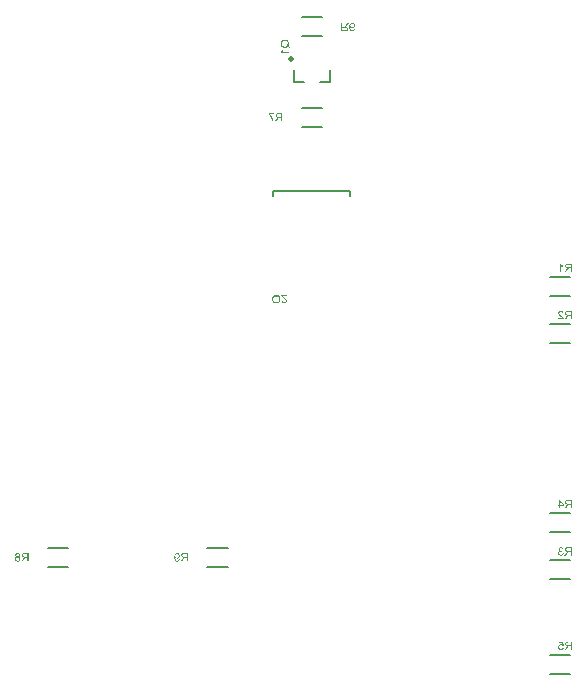
<source format=gbo>
%FSLAX33Y33*%
%MOMM*%
%ADD10C,0.15*%
%ADD11C,0.500001X0.000003*%
D10*
%LNbottom silkscreen_traces*%
%LNbottom silkscreen component 0d0e1ac56a31cf0a*%
G01*
X56730Y59047D02*
X63270Y59047D01*
X56730Y59047D02*
X56730Y58648D01*
X63270Y59047D02*
X63270Y58648D01*
G36*
X57220Y50198D02*
X57252Y50220D01*
X57283Y50238D01*
X57313Y50253D01*
X57341Y50265D01*
X57313Y50331D01*
X57275Y50315D01*
X57236Y50295D01*
X57198Y50271D01*
X57160Y50243D01*
X57119Y50262D01*
X57076Y50276D01*
X57031Y50284D01*
X57016Y50285D01*
X57011Y50205D01*
X57036Y50201D01*
X57059Y50195D01*
X57082Y50187D01*
X57059Y50174D01*
X57036Y50162D01*
X57013Y50153D01*
X56988Y50146D01*
X57011Y50077D01*
X57011Y50077D01*
X57050Y50090D01*
X57086Y50106D01*
X57118Y50124D01*
X57146Y50146D01*
X57183Y50103D01*
X57209Y50050D01*
X57225Y49988D01*
X57230Y49917D01*
X57228Y49875D01*
X57222Y49835D01*
X57213Y49799D01*
X57200Y49765D01*
X57184Y49734D01*
X57164Y49707D01*
X57141Y49684D01*
X57114Y49664D01*
X57085Y49648D01*
X57054Y49637D01*
X57021Y49630D01*
X56986Y49628D01*
X56936Y49633D01*
X56889Y49646D01*
X56848Y49669D01*
X56810Y49701D01*
X56780Y49741D01*
X56758Y49791D01*
X56745Y49850D01*
X56741Y49917D01*
X56745Y49983D01*
X56758Y50041D01*
X56779Y50090D01*
X56810Y50131D01*
X56847Y50164D01*
X56888Y50187D01*
X56935Y50201D01*
X56986Y50206D01*
X57011Y50205D01*
X57016Y50285D01*
X56984Y50287D01*
X56936Y50284D01*
X56891Y50275D01*
X56848Y50261D01*
X56808Y50240D01*
X56770Y50215D01*
X56738Y50184D01*
X56709Y50149D01*
X56686Y50108D01*
X56667Y50065D01*
X56654Y50018D01*
X56646Y49969D01*
X56643Y49917D01*
X56646Y49865D01*
X56654Y49816D01*
X56667Y49769D01*
X56686Y49724D01*
X56710Y49683D01*
X56738Y49648D01*
X56771Y49617D01*
X56808Y49592D01*
X56849Y49572D01*
X56892Y49558D01*
X56938Y49549D01*
X56986Y49546D01*
X57034Y49549D01*
X57080Y49558D01*
X57123Y49573D01*
X57164Y49594D01*
X57202Y49620D01*
X57235Y49650D01*
X57263Y49685D01*
X57286Y49725D01*
X57304Y49769D01*
X57317Y49816D01*
X57325Y49865D01*
X57328Y49917D01*
X57326Y49960D01*
X57321Y50001D01*
X57312Y50039D01*
X57301Y50076D01*
X57286Y50110D01*
X57267Y50142D01*
X57245Y50171D01*
X57220Y50198D01*
X57220Y50198D01*
X57881Y50191D02*
X57881Y50275D01*
X57408Y50275D01*
X57408Y50259D01*
X57410Y50244D01*
X57414Y50229D01*
X57418Y50214D01*
X57429Y50190D01*
X57442Y50166D01*
X57458Y50142D01*
X57476Y50119D01*
X57498Y50094D01*
X57525Y50068D01*
X57556Y50040D01*
X57591Y50010D01*
X57645Y49965D01*
X57689Y49925D01*
X57724Y49889D01*
X57749Y49859D01*
X57767Y49831D01*
X57780Y49804D01*
X57787Y49778D01*
X57790Y49753D01*
X57788Y49728D01*
X57781Y49705D01*
X57769Y49684D01*
X57753Y49665D01*
X57733Y49649D01*
X57710Y49638D01*
X57684Y49631D01*
X57655Y49629D01*
X57625Y49631D01*
X57598Y49639D01*
X57574Y49650D01*
X57554Y49667D01*
X57537Y49688D01*
X57525Y49713D01*
X57518Y49741D01*
X57515Y49773D01*
X57425Y49763D01*
X57433Y49716D01*
X57447Y49674D01*
X57467Y49639D01*
X57495Y49609D01*
X57527Y49586D01*
X57565Y49569D01*
X57609Y49560D01*
X57657Y49556D01*
X57706Y49560D01*
X57749Y49571D01*
X57788Y49588D01*
X57820Y49613D01*
X57847Y49644D01*
X57865Y49677D01*
X57877Y49714D01*
X57880Y49755D01*
X57879Y49776D01*
X57876Y49798D01*
X57870Y49819D01*
X57863Y49839D01*
X57852Y49860D01*
X57839Y49882D01*
X57823Y49904D01*
X57804Y49927D01*
X57781Y49952D01*
X57750Y49981D01*
X57713Y50015D01*
X57669Y50053D01*
X57633Y50083D01*
X57604Y50109D01*
X57582Y50128D01*
X57567Y50143D01*
X57557Y50155D01*
X57547Y50167D01*
X57538Y50179D01*
X57530Y50191D01*
X57881Y50191D01*
X57881Y50191D01*
G37*
%LNbottom silkscreen component ed6aac9b1e4144ae*%
X61500Y68300D02*
X60700Y68300D01*
X61500Y69300D02*
X61500Y68300D01*
X59300Y68300D02*
X58500Y68300D01*
X58500Y69300D02*
X58500Y68300D01*
D11*
X58200Y70200D03*
G36*
X57998Y71305D02*
X58020Y71273D01*
X58038Y71242D01*
X58053Y71212D01*
X58065Y71184D01*
X58131Y71212D01*
X58115Y71250D01*
X58095Y71289D01*
X58071Y71327D01*
X58043Y71365D01*
X58062Y71406D01*
X58076Y71449D01*
X58084Y71494D01*
X58085Y71509D01*
X58005Y71514D01*
X58001Y71489D01*
X57995Y71466D01*
X57987Y71443D01*
X57974Y71466D01*
X57962Y71489D01*
X57953Y71512D01*
X57946Y71537D01*
X57877Y71514D01*
X57877Y71514D01*
X57890Y71475D01*
X57906Y71439D01*
X57924Y71407D01*
X57946Y71379D01*
X57903Y71342D01*
X57850Y71316D01*
X57788Y71300D01*
X57717Y71295D01*
X57675Y71297D01*
X57635Y71303D01*
X57599Y71312D01*
X57565Y71325D01*
X57534Y71341D01*
X57507Y71361D01*
X57484Y71384D01*
X57464Y71411D01*
X57448Y71440D01*
X57437Y71471D01*
X57430Y71504D01*
X57428Y71539D01*
X57433Y71589D01*
X57446Y71636D01*
X57469Y71677D01*
X57501Y71715D01*
X57541Y71745D01*
X57591Y71767D01*
X57650Y71780D01*
X57717Y71784D01*
X57783Y71780D01*
X57841Y71767D01*
X57890Y71746D01*
X57931Y71715D01*
X57964Y71678D01*
X57987Y71637D01*
X58001Y71590D01*
X58006Y71539D01*
X58005Y71514D01*
X58085Y71509D01*
X58087Y71541D01*
X58084Y71589D01*
X58075Y71634D01*
X58061Y71677D01*
X58040Y71717D01*
X58015Y71755D01*
X57984Y71787D01*
X57949Y71816D01*
X57908Y71839D01*
X57865Y71858D01*
X57818Y71871D01*
X57769Y71879D01*
X57717Y71882D01*
X57665Y71879D01*
X57616Y71871D01*
X57569Y71858D01*
X57524Y71839D01*
X57483Y71815D01*
X57448Y71787D01*
X57417Y71754D01*
X57392Y71717D01*
X57372Y71676D01*
X57358Y71633D01*
X57349Y71587D01*
X57346Y71539D01*
X57349Y71491D01*
X57358Y71445D01*
X57373Y71402D01*
X57394Y71361D01*
X57420Y71323D01*
X57450Y71290D01*
X57485Y71262D01*
X57525Y71239D01*
X57569Y71221D01*
X57616Y71208D01*
X57665Y71200D01*
X57717Y71197D01*
X57760Y71199D01*
X57801Y71204D01*
X57839Y71213D01*
X57876Y71224D01*
X57910Y71239D01*
X57942Y71258D01*
X57971Y71280D01*
X57998Y71305D01*
X57998Y71305D01*
X58075Y70775D02*
X58075Y70862D01*
X57515Y70862D01*
X57530Y70880D01*
X57545Y70899D01*
X57560Y70921D01*
X57575Y70946D01*
X57590Y70971D01*
X57602Y70995D01*
X57612Y71017D01*
X57621Y71038D01*
X57536Y71038D01*
X57518Y71003D01*
X57498Y70969D01*
X57476Y70938D01*
X57452Y70909D01*
X57427Y70884D01*
X57403Y70862D01*
X57380Y70845D01*
X57356Y70831D01*
X57356Y70775D01*
X58075Y70775D01*
X58075Y70775D01*
G37*
%LNbottom silkscreen component 3551aa586fd520a7*%
D10*
X81865Y18200D02*
X80135Y18200D01*
X81865Y19800D02*
X80135Y19800D01*
G36*
X82011Y20200D02*
X82011Y20916D01*
X81694Y20916D01*
X81649Y20915D01*
X81609Y20911D01*
X81576Y20905D01*
X81548Y20897D01*
X81524Y20885D01*
X81503Y20870D01*
X81485Y20851D01*
X81469Y20828D01*
X81456Y20803D01*
X81446Y20777D01*
X81441Y20749D01*
X81439Y20721D01*
X81442Y20684D01*
X81451Y20650D01*
X81467Y20620D01*
X81488Y20592D01*
X81516Y20568D01*
X81551Y20549D01*
X81592Y20535D01*
X81616Y20530D01*
X81631Y20607D01*
X81611Y20613D01*
X81594Y20621D01*
X81579Y20631D01*
X81566Y20643D01*
X81555Y20656D01*
X81547Y20671D01*
X81541Y20687D01*
X81538Y20703D01*
X81536Y20721D01*
X81539Y20745D01*
X81546Y20767D01*
X81557Y20787D01*
X81573Y20804D01*
X81594Y20818D01*
X81621Y20829D01*
X81653Y20835D01*
X81690Y20837D01*
X81916Y20837D01*
X81916Y20600D01*
X81916Y20600D01*
X81713Y20600D01*
X81682Y20601D01*
X81655Y20603D01*
X81631Y20607D01*
X81616Y20530D01*
X81640Y20526D01*
X81623Y20517D01*
X81607Y20508D01*
X81594Y20499D01*
X81583Y20490D01*
X81563Y20470D01*
X81543Y20447D01*
X81524Y20422D01*
X81505Y20395D01*
X81380Y20200D01*
X81499Y20200D01*
X81594Y20349D01*
X81614Y20379D01*
X81632Y20406D01*
X81648Y20429D01*
X81662Y20448D01*
X81675Y20463D01*
X81688Y20477D01*
X81700Y20487D01*
X81710Y20495D01*
X81721Y20502D01*
X81732Y20507D01*
X81743Y20511D01*
X81754Y20514D01*
X81763Y20516D01*
X81775Y20517D01*
X81789Y20518D01*
X81806Y20518D01*
X81916Y20518D01*
X81916Y20200D01*
X82011Y20200D01*
X82011Y20200D01*
X81326Y20387D02*
X81234Y20395D01*
X81227Y20364D01*
X81217Y20336D01*
X81203Y20313D01*
X81186Y20294D01*
X81166Y20279D01*
X81145Y20269D01*
X81121Y20262D01*
X81096Y20260D01*
X81065Y20263D01*
X81037Y20272D01*
X81012Y20287D01*
X80989Y20308D01*
X80969Y20334D01*
X80956Y20364D01*
X80947Y20397D01*
X80945Y20435D01*
X80947Y20470D01*
X80955Y20502D01*
X80968Y20530D01*
X80987Y20554D01*
X81010Y20573D01*
X81036Y20586D01*
X81065Y20594D01*
X81097Y20597D01*
X81118Y20596D01*
X81138Y20592D01*
X81157Y20586D01*
X81174Y20578D01*
X81190Y20567D01*
X81205Y20556D01*
X81217Y20542D01*
X81228Y20528D01*
X81310Y20538D01*
X81241Y20906D01*
X80885Y20906D01*
X80885Y20822D01*
X81171Y20822D01*
X81209Y20630D01*
X81177Y20649D01*
X81143Y20663D01*
X81109Y20672D01*
X81074Y20675D01*
X81029Y20671D01*
X80988Y20658D01*
X80950Y20638D01*
X80916Y20610D01*
X80888Y20575D01*
X80867Y20535D01*
X80855Y20491D01*
X80851Y20443D01*
X80855Y20396D01*
X80866Y20352D01*
X80883Y20312D01*
X80908Y20275D01*
X80946Y20237D01*
X80989Y20210D01*
X81040Y20193D01*
X81096Y20188D01*
X81143Y20191D01*
X81185Y20201D01*
X81222Y20219D01*
X81255Y20242D01*
X81283Y20272D01*
X81304Y20306D01*
X81318Y20345D01*
X81326Y20387D01*
X81326Y20387D01*
G37*
%LNbottom silkscreen component f3a6a5f8d7136d03*%
X81865Y50200D02*
X80135Y50200D01*
X81865Y51800D02*
X80135Y51800D01*
G36*
X82011Y52200D02*
X82011Y52916D01*
X81694Y52916D01*
X81649Y52915D01*
X81609Y52911D01*
X81576Y52905D01*
X81548Y52897D01*
X81524Y52885D01*
X81503Y52870D01*
X81485Y52851D01*
X81469Y52828D01*
X81456Y52803D01*
X81446Y52777D01*
X81441Y52749D01*
X81439Y52721D01*
X81442Y52684D01*
X81451Y52650D01*
X81467Y52620D01*
X81488Y52592D01*
X81516Y52568D01*
X81551Y52549D01*
X81592Y52535D01*
X81616Y52530D01*
X81631Y52607D01*
X81611Y52613D01*
X81594Y52621D01*
X81579Y52631D01*
X81566Y52643D01*
X81555Y52656D01*
X81547Y52671D01*
X81541Y52687D01*
X81538Y52703D01*
X81536Y52721D01*
X81539Y52745D01*
X81546Y52767D01*
X81557Y52787D01*
X81573Y52804D01*
X81594Y52818D01*
X81621Y52829D01*
X81653Y52835D01*
X81690Y52837D01*
X81916Y52837D01*
X81916Y52600D01*
X81916Y52600D01*
X81713Y52600D01*
X81682Y52601D01*
X81655Y52603D01*
X81631Y52607D01*
X81616Y52530D01*
X81640Y52526D01*
X81623Y52517D01*
X81607Y52508D01*
X81594Y52499D01*
X81583Y52490D01*
X81563Y52470D01*
X81543Y52447D01*
X81524Y52422D01*
X81505Y52395D01*
X81380Y52200D01*
X81499Y52200D01*
X81594Y52349D01*
X81614Y52379D01*
X81632Y52406D01*
X81648Y52429D01*
X81662Y52448D01*
X81675Y52463D01*
X81688Y52477D01*
X81700Y52487D01*
X81710Y52495D01*
X81721Y52502D01*
X81732Y52507D01*
X81743Y52511D01*
X81754Y52514D01*
X81763Y52516D01*
X81775Y52517D01*
X81789Y52518D01*
X81806Y52518D01*
X81916Y52518D01*
X81916Y52200D01*
X82011Y52200D01*
X82011Y52200D01*
X80995Y52200D02*
X81083Y52200D01*
X81083Y52760D01*
X81100Y52745D01*
X81119Y52730D01*
X81142Y52715D01*
X81166Y52700D01*
X81191Y52685D01*
X81215Y52673D01*
X81237Y52663D01*
X81259Y52654D01*
X81259Y52739D01*
X81223Y52757D01*
X81189Y52777D01*
X81158Y52799D01*
X81130Y52823D01*
X81104Y52848D01*
X81083Y52872D01*
X81065Y52895D01*
X81052Y52919D01*
X80995Y52919D01*
X80995Y52200D01*
X80995Y52200D01*
G37*
%LNbottom silkscreen component 2518a5df77d1979c*%
X59135Y73800D02*
X60865Y73800D01*
X59135Y72200D02*
X60865Y72200D01*
G36*
X62489Y73300D02*
X62489Y72584D01*
X62806Y72584D01*
X62851Y72585D01*
X62891Y72589D01*
X62924Y72595D01*
X62952Y72603D01*
X62976Y72615D01*
X62997Y72630D01*
X63015Y72649D01*
X63031Y72672D01*
X63044Y72697D01*
X63054Y72723D01*
X63059Y72751D01*
X63061Y72779D01*
X63058Y72816D01*
X63049Y72850D01*
X63033Y72880D01*
X63012Y72908D01*
X62984Y72932D01*
X62949Y72951D01*
X62908Y72965D01*
X62884Y72970D01*
X62869Y72893D01*
X62889Y72887D01*
X62906Y72879D01*
X62921Y72869D01*
X62934Y72857D01*
X62945Y72844D01*
X62953Y72829D01*
X62959Y72813D01*
X62962Y72797D01*
X62964Y72779D01*
X62961Y72755D01*
X62954Y72733D01*
X62943Y72713D01*
X62927Y72696D01*
X62906Y72682D01*
X62879Y72671D01*
X62847Y72665D01*
X62810Y72663D01*
X62584Y72663D01*
X62584Y72900D01*
X62584Y72900D01*
X62787Y72900D01*
X62818Y72899D01*
X62845Y72897D01*
X62869Y72893D01*
X62884Y72970D01*
X62860Y72974D01*
X62877Y72983D01*
X62893Y72992D01*
X62906Y73001D01*
X62917Y73010D01*
X62937Y73030D01*
X62957Y73053D01*
X62976Y73078D01*
X62995Y73105D01*
X63120Y73300D01*
X63001Y73300D01*
X62906Y73151D01*
X62886Y73121D01*
X62868Y73094D01*
X62852Y73071D01*
X62838Y73052D01*
X62825Y73037D01*
X62812Y73023D01*
X62800Y73013D01*
X62790Y73005D01*
X62779Y72998D01*
X62768Y72993D01*
X62757Y72989D01*
X62746Y72986D01*
X62737Y72984D01*
X62725Y72983D01*
X62711Y72982D01*
X62694Y72982D01*
X62584Y72982D01*
X62584Y73300D01*
X62489Y73300D01*
X62489Y73300D01*
X63630Y72759D02*
X63543Y72766D01*
X63536Y72742D01*
X63529Y72722D01*
X63520Y72705D01*
X63509Y72691D01*
X63491Y72675D01*
X63470Y72663D01*
X63447Y72656D01*
X63422Y72654D01*
X63401Y72655D01*
X63382Y72659D01*
X63364Y72667D01*
X63348Y72677D01*
X63328Y72694D01*
X63311Y72714D01*
X63295Y72738D01*
X63282Y72765D01*
X63272Y72797D01*
X63264Y72836D01*
X63259Y72880D01*
X63258Y72931D01*
X63304Y72967D01*
X63295Y72979D01*
X63282Y73005D01*
X63274Y73035D01*
X63271Y73068D01*
X63271Y73068D01*
X63272Y73091D01*
X63276Y73113D01*
X63282Y73134D01*
X63290Y73155D01*
X63301Y73174D01*
X63314Y73192D01*
X63328Y73206D01*
X63344Y73218D01*
X63362Y73228D01*
X63380Y73235D01*
X63398Y73239D01*
X63417Y73240D01*
X63444Y73237D01*
X63469Y73229D01*
X63492Y73215D01*
X63513Y73195D01*
X63530Y73171D01*
X63543Y73142D01*
X63550Y73110D01*
X63553Y73073D01*
X63550Y73038D01*
X63543Y73007D01*
X63531Y72979D01*
X63513Y72956D01*
X63492Y72937D01*
X63469Y72924D01*
X63443Y72916D01*
X63414Y72913D01*
X63385Y72916D01*
X63359Y72924D01*
X63335Y72937D01*
X63313Y72956D01*
X63304Y72967D01*
X63258Y72931D01*
X63274Y72908D01*
X63293Y72889D01*
X63313Y72872D01*
X63335Y72859D01*
X63358Y72849D01*
X63382Y72842D01*
X63406Y72837D01*
X63431Y72836D01*
X63474Y72840D01*
X63513Y72852D01*
X63548Y72872D01*
X63581Y72900D01*
X63608Y72935D01*
X63627Y72975D01*
X63639Y73019D01*
X63643Y73068D01*
X63641Y73101D01*
X63636Y73133D01*
X63626Y73163D01*
X63614Y73193D01*
X63598Y73220D01*
X63579Y73244D01*
X63558Y73264D01*
X63534Y73281D01*
X63508Y73295D01*
X63480Y73305D01*
X63450Y73310D01*
X63419Y73312D01*
X63366Y73307D01*
X63319Y73292D01*
X63277Y73267D01*
X63239Y73231D01*
X63209Y73184D01*
X63187Y73124D01*
X63174Y73051D01*
X63170Y72965D01*
X63175Y72868D01*
X63189Y72786D01*
X63213Y72717D01*
X63247Y72663D01*
X63283Y72627D01*
X63325Y72602D01*
X63373Y72586D01*
X63427Y72581D01*
X63467Y72584D01*
X63504Y72593D01*
X63537Y72608D01*
X63565Y72629D01*
X63590Y72655D01*
X63609Y72685D01*
X63622Y72720D01*
X63630Y72759D01*
X63630Y72759D01*
G37*
%LNbottom silkscreen component e02644c225c8131e*%
X39365Y27200D02*
X37635Y27200D01*
X39365Y28800D02*
X37635Y28800D01*
G36*
X36011Y27700D02*
X36011Y28416D01*
X35694Y28416D01*
X35649Y28415D01*
X35609Y28411D01*
X35576Y28405D01*
X35548Y28397D01*
X35524Y28385D01*
X35503Y28370D01*
X35485Y28351D01*
X35469Y28328D01*
X35456Y28303D01*
X35446Y28277D01*
X35441Y28249D01*
X35439Y28221D01*
X35442Y28184D01*
X35451Y28150D01*
X35467Y28120D01*
X35488Y28092D01*
X35516Y28068D01*
X35551Y28049D01*
X35592Y28035D01*
X35616Y28030D01*
X35631Y28107D01*
X35611Y28113D01*
X35594Y28121D01*
X35579Y28131D01*
X35566Y28143D01*
X35555Y28156D01*
X35547Y28171D01*
X35541Y28187D01*
X35538Y28203D01*
X35536Y28221D01*
X35539Y28245D01*
X35546Y28267D01*
X35557Y28287D01*
X35573Y28304D01*
X35594Y28318D01*
X35621Y28329D01*
X35653Y28335D01*
X35690Y28337D01*
X35916Y28337D01*
X35916Y28100D01*
X35916Y28100D01*
X35713Y28100D01*
X35682Y28101D01*
X35655Y28103D01*
X35631Y28107D01*
X35616Y28030D01*
X35640Y28026D01*
X35623Y28017D01*
X35607Y28008D01*
X35594Y27999D01*
X35583Y27990D01*
X35563Y27970D01*
X35543Y27947D01*
X35524Y27922D01*
X35505Y27895D01*
X35380Y27700D01*
X35499Y27700D01*
X35594Y27849D01*
X35614Y27879D01*
X35632Y27906D01*
X35648Y27929D01*
X35662Y27948D01*
X35675Y27963D01*
X35688Y27977D01*
X35700Y27987D01*
X35710Y27995D01*
X35721Y28002D01*
X35732Y28007D01*
X35743Y28011D01*
X35754Y28014D01*
X35763Y28016D01*
X35775Y28017D01*
X35789Y28018D01*
X35806Y28018D01*
X35916Y28018D01*
X35916Y27700D01*
X36011Y27700D01*
X36011Y27700D01*
X35191Y28088D02*
X35162Y28033D01*
X35174Y28027D01*
X35196Y28009D01*
X35214Y27987D01*
X35226Y27963D01*
X35234Y27936D01*
X35237Y27907D01*
X35237Y27907D01*
X35235Y27888D01*
X35232Y27870D01*
X35227Y27852D01*
X35219Y27834D01*
X35209Y27817D01*
X35197Y27803D01*
X35182Y27790D01*
X35166Y27779D01*
X35148Y27771D01*
X35129Y27765D01*
X35110Y27761D01*
X35090Y27760D01*
X35060Y27763D01*
X35033Y27770D01*
X35008Y27783D01*
X34986Y27801D01*
X34968Y27822D01*
X34955Y27847D01*
X34948Y27874D01*
X34945Y27904D01*
X34948Y27934D01*
X34956Y27962D01*
X34969Y27986D01*
X34987Y28009D01*
X35010Y28027D01*
X35035Y28040D01*
X35063Y28048D01*
X35093Y28050D01*
X35123Y28048D01*
X35150Y28040D01*
X35162Y28033D01*
X35191Y28088D01*
X35158Y28140D01*
X35138Y28130D01*
X35116Y28124D01*
X35091Y28122D01*
X35066Y28124D01*
X35044Y28130D01*
X35025Y28140D01*
X35007Y28154D01*
X34993Y28171D01*
X34983Y28189D01*
X34977Y28210D01*
X34975Y28232D01*
X34977Y28255D01*
X34983Y28277D01*
X34994Y28296D01*
X35008Y28314D01*
X35026Y28328D01*
X35046Y28338D01*
X35068Y28344D01*
X35092Y28346D01*
X35116Y28344D01*
X35138Y28338D01*
X35157Y28328D01*
X35175Y28314D01*
X35190Y28297D01*
X35200Y28279D01*
X35206Y28259D01*
X35208Y28237D01*
X35208Y28237D01*
X35206Y28213D01*
X35200Y28191D01*
X35190Y28171D01*
X35176Y28154D01*
X35158Y28140D01*
X35191Y28088D01*
X35216Y28099D01*
X35238Y28112D01*
X35257Y28128D01*
X35272Y28145D01*
X35283Y28165D01*
X35292Y28186D01*
X35296Y28209D01*
X35298Y28234D01*
X35295Y28272D01*
X35284Y28306D01*
X35267Y28337D01*
X35242Y28366D01*
X35212Y28389D01*
X35177Y28405D01*
X35137Y28415D01*
X35093Y28419D01*
X35048Y28415D01*
X35008Y28405D01*
X34973Y28388D01*
X34942Y28364D01*
X34917Y28336D01*
X34899Y28304D01*
X34888Y28269D01*
X34885Y28232D01*
X34886Y28208D01*
X34891Y28185D01*
X34899Y28164D01*
X34911Y28145D01*
X34925Y28128D01*
X34944Y28112D01*
X34965Y28099D01*
X34990Y28088D01*
X34959Y28076D01*
X34932Y28060D01*
X34909Y28041D01*
X34890Y28019D01*
X34875Y27994D01*
X34864Y27966D01*
X34857Y27937D01*
X34855Y27905D01*
X34859Y27861D01*
X34871Y27820D01*
X34892Y27783D01*
X34920Y27750D01*
X34955Y27723D01*
X34995Y27703D01*
X35041Y27692D01*
X35091Y27688D01*
X35142Y27692D01*
X35187Y27703D01*
X35227Y27723D01*
X35262Y27751D01*
X35290Y27784D01*
X35311Y27821D01*
X35323Y27862D01*
X35327Y27907D01*
X35325Y27941D01*
X35318Y27971D01*
X35307Y27999D01*
X35292Y28024D01*
X35272Y28046D01*
X35249Y28064D01*
X35222Y28078D01*
X35191Y28088D01*
X35191Y28088D01*
G37*
%LNbottom silkscreen component 954f632090d1658b*%
X81865Y26200D02*
X80135Y26200D01*
X81865Y27800D02*
X80135Y27800D01*
G36*
X82011Y28200D02*
X82011Y28916D01*
X81694Y28916D01*
X81649Y28915D01*
X81609Y28911D01*
X81576Y28905D01*
X81548Y28897D01*
X81524Y28885D01*
X81503Y28870D01*
X81485Y28851D01*
X81469Y28828D01*
X81456Y28803D01*
X81446Y28777D01*
X81441Y28749D01*
X81439Y28721D01*
X81442Y28684D01*
X81451Y28650D01*
X81467Y28620D01*
X81488Y28592D01*
X81516Y28568D01*
X81551Y28549D01*
X81592Y28535D01*
X81616Y28530D01*
X81631Y28607D01*
X81611Y28613D01*
X81594Y28621D01*
X81579Y28631D01*
X81566Y28643D01*
X81555Y28656D01*
X81547Y28671D01*
X81541Y28687D01*
X81538Y28703D01*
X81536Y28721D01*
X81539Y28745D01*
X81546Y28767D01*
X81557Y28787D01*
X81573Y28804D01*
X81594Y28818D01*
X81621Y28829D01*
X81653Y28835D01*
X81690Y28837D01*
X81916Y28837D01*
X81916Y28600D01*
X81916Y28600D01*
X81713Y28600D01*
X81682Y28601D01*
X81655Y28603D01*
X81631Y28607D01*
X81616Y28530D01*
X81640Y28526D01*
X81623Y28517D01*
X81607Y28508D01*
X81594Y28499D01*
X81583Y28490D01*
X81563Y28470D01*
X81543Y28447D01*
X81524Y28422D01*
X81505Y28395D01*
X81380Y28200D01*
X81499Y28200D01*
X81594Y28349D01*
X81614Y28379D01*
X81632Y28406D01*
X81648Y28429D01*
X81662Y28448D01*
X81675Y28463D01*
X81688Y28477D01*
X81700Y28487D01*
X81710Y28495D01*
X81721Y28502D01*
X81732Y28507D01*
X81743Y28511D01*
X81754Y28514D01*
X81763Y28516D01*
X81775Y28517D01*
X81789Y28518D01*
X81806Y28518D01*
X81916Y28518D01*
X81916Y28200D01*
X82011Y28200D01*
X82011Y28200D01*
X81325Y28389D02*
X81238Y28401D01*
X81229Y28366D01*
X81217Y28336D01*
X81203Y28312D01*
X81186Y28293D01*
X81167Y28279D01*
X81146Y28268D01*
X81123Y28262D01*
X81097Y28260D01*
X81068Y28263D01*
X81040Y28271D01*
X81015Y28284D01*
X80993Y28303D01*
X80974Y28326D01*
X80961Y28351D01*
X80953Y28379D01*
X80950Y28409D01*
X80952Y28438D01*
X80960Y28465D01*
X80972Y28488D01*
X80990Y28509D01*
X81011Y28527D01*
X81034Y28539D01*
X81061Y28546D01*
X81090Y28549D01*
X81103Y28548D01*
X81118Y28546D01*
X81134Y28543D01*
X81152Y28539D01*
X81142Y28616D01*
X81138Y28616D01*
X81134Y28615D01*
X81131Y28615D01*
X81128Y28615D01*
X81101Y28617D01*
X81075Y28622D01*
X81050Y28632D01*
X81027Y28644D01*
X81007Y28661D01*
X80993Y28682D01*
X80985Y28706D01*
X80982Y28735D01*
X80984Y28758D01*
X80990Y28779D01*
X81001Y28798D01*
X81015Y28815D01*
X81032Y28829D01*
X81052Y28839D01*
X81075Y28845D01*
X81099Y28846D01*
X81124Y28844D01*
X81146Y28838D01*
X81167Y28828D01*
X81185Y28814D01*
X81200Y28796D01*
X81213Y28774D01*
X81222Y28748D01*
X81229Y28718D01*
X81317Y28733D01*
X81306Y28775D01*
X81290Y28812D01*
X81269Y28843D01*
X81243Y28870D01*
X81213Y28891D01*
X81179Y28907D01*
X81142Y28916D01*
X81101Y28919D01*
X81073Y28917D01*
X81045Y28912D01*
X81019Y28905D01*
X80993Y28894D01*
X80970Y28880D01*
X80950Y28864D01*
X80933Y28846D01*
X80918Y28825D01*
X80907Y28803D01*
X80898Y28780D01*
X80894Y28757D01*
X80892Y28733D01*
X80893Y28710D01*
X80898Y28688D01*
X80906Y28668D01*
X80917Y28648D01*
X80931Y28630D01*
X80948Y28614D01*
X80968Y28600D01*
X80991Y28588D01*
X80961Y28578D01*
X80934Y28565D01*
X80911Y28548D01*
X80892Y28527D01*
X80877Y28502D01*
X80866Y28475D01*
X80859Y28445D01*
X80857Y28411D01*
X80861Y28366D01*
X80874Y28325D01*
X80895Y28287D01*
X80925Y28252D01*
X80962Y28224D01*
X81002Y28204D01*
X81048Y28191D01*
X81098Y28187D01*
X81143Y28191D01*
X81184Y28201D01*
X81221Y28219D01*
X81254Y28243D01*
X81282Y28274D01*
X81303Y28308D01*
X81318Y28346D01*
X81325Y28389D01*
X81325Y28389D01*
G37*
%LNbottom silkscreen component 37bf67a02f6b0f8a*%
X60865Y64450D02*
X59135Y64450D01*
X60865Y66050D02*
X59135Y66050D01*
G36*
X57511Y64950D02*
X57511Y65666D01*
X57194Y65666D01*
X57149Y65665D01*
X57109Y65661D01*
X57076Y65655D01*
X57048Y65647D01*
X57024Y65635D01*
X57003Y65620D01*
X56985Y65601D01*
X56969Y65578D01*
X56956Y65553D01*
X56946Y65527D01*
X56941Y65499D01*
X56939Y65471D01*
X56942Y65434D01*
X56951Y65400D01*
X56967Y65370D01*
X56988Y65342D01*
X57016Y65318D01*
X57051Y65299D01*
X57092Y65285D01*
X57116Y65280D01*
X57131Y65357D01*
X57111Y65363D01*
X57094Y65371D01*
X57079Y65381D01*
X57066Y65393D01*
X57055Y65406D01*
X57047Y65421D01*
X57041Y65437D01*
X57038Y65453D01*
X57036Y65471D01*
X57039Y65495D01*
X57046Y65517D01*
X57057Y65537D01*
X57073Y65554D01*
X57094Y65568D01*
X57121Y65579D01*
X57153Y65585D01*
X57190Y65587D01*
X57416Y65587D01*
X57416Y65350D01*
X57416Y65350D01*
X57213Y65350D01*
X57182Y65351D01*
X57155Y65353D01*
X57131Y65357D01*
X57116Y65280D01*
X57140Y65276D01*
X57123Y65267D01*
X57107Y65258D01*
X57094Y65249D01*
X57083Y65240D01*
X57063Y65220D01*
X57043Y65197D01*
X57024Y65172D01*
X57005Y65145D01*
X56880Y64950D01*
X56999Y64950D01*
X57094Y65099D01*
X57114Y65129D01*
X57132Y65156D01*
X57148Y65179D01*
X57162Y65198D01*
X57175Y65213D01*
X57188Y65227D01*
X57200Y65237D01*
X57210Y65245D01*
X57221Y65252D01*
X57232Y65257D01*
X57243Y65261D01*
X57254Y65264D01*
X57263Y65266D01*
X57275Y65267D01*
X57289Y65268D01*
X57306Y65268D01*
X57416Y65268D01*
X57416Y64950D01*
X57511Y64950D01*
X57511Y64950D01*
X56820Y65572D02*
X56820Y65657D01*
X56357Y65657D01*
X56357Y65588D01*
X56391Y65549D01*
X56425Y65503D01*
X56459Y65452D01*
X56492Y65395D01*
X56524Y65334D01*
X56552Y65273D01*
X56576Y65210D01*
X56596Y65147D01*
X56608Y65101D01*
X56618Y65053D01*
X56625Y65002D01*
X56630Y64950D01*
X56720Y64950D01*
X56717Y64994D01*
X56711Y65043D01*
X56701Y65096D01*
X56687Y65154D01*
X56669Y65213D01*
X56648Y65272D01*
X56624Y65329D01*
X56596Y65385D01*
X56566Y65438D01*
X56535Y65487D01*
X56502Y65532D01*
X56470Y65572D01*
X56820Y65572D01*
X56820Y65572D01*
G37*
%LNbottom silkscreen component 8063edbf7f7efeab*%
X81865Y46200D02*
X80135Y46200D01*
X81865Y47800D02*
X80135Y47800D01*
G36*
X82011Y48200D02*
X82011Y48916D01*
X81694Y48916D01*
X81649Y48915D01*
X81609Y48911D01*
X81576Y48905D01*
X81548Y48897D01*
X81524Y48885D01*
X81503Y48870D01*
X81485Y48851D01*
X81469Y48828D01*
X81456Y48803D01*
X81446Y48777D01*
X81441Y48749D01*
X81439Y48721D01*
X81442Y48684D01*
X81451Y48650D01*
X81467Y48620D01*
X81488Y48592D01*
X81516Y48568D01*
X81551Y48549D01*
X81592Y48535D01*
X81616Y48530D01*
X81631Y48607D01*
X81611Y48613D01*
X81594Y48621D01*
X81579Y48631D01*
X81566Y48643D01*
X81555Y48656D01*
X81547Y48671D01*
X81541Y48687D01*
X81538Y48703D01*
X81536Y48721D01*
X81539Y48745D01*
X81546Y48767D01*
X81557Y48787D01*
X81573Y48804D01*
X81594Y48818D01*
X81621Y48829D01*
X81653Y48835D01*
X81690Y48837D01*
X81916Y48837D01*
X81916Y48600D01*
X81916Y48600D01*
X81713Y48600D01*
X81682Y48601D01*
X81655Y48603D01*
X81631Y48607D01*
X81616Y48530D01*
X81640Y48526D01*
X81623Y48517D01*
X81607Y48508D01*
X81594Y48499D01*
X81583Y48490D01*
X81563Y48470D01*
X81543Y48447D01*
X81524Y48422D01*
X81505Y48395D01*
X81380Y48200D01*
X81499Y48200D01*
X81594Y48349D01*
X81614Y48379D01*
X81632Y48406D01*
X81648Y48429D01*
X81662Y48448D01*
X81675Y48463D01*
X81688Y48477D01*
X81700Y48487D01*
X81710Y48495D01*
X81721Y48502D01*
X81732Y48507D01*
X81743Y48511D01*
X81754Y48514D01*
X81763Y48516D01*
X81775Y48517D01*
X81789Y48518D01*
X81806Y48518D01*
X81916Y48518D01*
X81916Y48200D01*
X82011Y48200D01*
X82011Y48200D01*
X80864Y48284D02*
X80864Y48200D01*
X81337Y48200D01*
X81337Y48216D01*
X81335Y48231D01*
X81332Y48246D01*
X81327Y48261D01*
X81317Y48285D01*
X81303Y48309D01*
X81288Y48333D01*
X81269Y48356D01*
X81247Y48381D01*
X81220Y48407D01*
X81189Y48435D01*
X81154Y48465D01*
X81100Y48510D01*
X81056Y48550D01*
X81022Y48586D01*
X80996Y48616D01*
X80978Y48644D01*
X80966Y48671D01*
X80958Y48697D01*
X80955Y48722D01*
X80958Y48747D01*
X80965Y48770D01*
X80976Y48791D01*
X80993Y48810D01*
X81013Y48826D01*
X81036Y48837D01*
X81062Y48844D01*
X81090Y48846D01*
X81120Y48844D01*
X81147Y48836D01*
X81171Y48825D01*
X81192Y48808D01*
X81208Y48787D01*
X81220Y48762D01*
X81228Y48734D01*
X81230Y48702D01*
X81321Y48712D01*
X81313Y48759D01*
X81299Y48801D01*
X81278Y48836D01*
X81251Y48866D01*
X81218Y48889D01*
X81180Y48906D01*
X81137Y48915D01*
X81088Y48919D01*
X81039Y48915D01*
X80996Y48904D01*
X80958Y48887D01*
X80925Y48862D01*
X80899Y48831D01*
X80880Y48798D01*
X80869Y48761D01*
X80865Y48720D01*
X80866Y48699D01*
X80869Y48677D01*
X80875Y48656D01*
X80883Y48636D01*
X80893Y48615D01*
X80906Y48593D01*
X80922Y48571D01*
X80941Y48548D01*
X80965Y48523D01*
X80995Y48494D01*
X81032Y48460D01*
X81076Y48422D01*
X81112Y48392D01*
X81141Y48366D01*
X81163Y48347D01*
X81178Y48332D01*
X81189Y48320D01*
X81199Y48308D01*
X81207Y48296D01*
X81215Y48284D01*
X80864Y48284D01*
X80864Y48284D01*
G37*
%LNbottom silkscreen component aa97142ff3d33da6*%
X52865Y27200D02*
X51135Y27200D01*
X52865Y28800D02*
X51135Y28800D01*
G36*
X49511Y27700D02*
X49511Y28416D01*
X49194Y28416D01*
X49149Y28415D01*
X49109Y28411D01*
X49076Y28405D01*
X49048Y28397D01*
X49024Y28385D01*
X49003Y28370D01*
X48985Y28351D01*
X48969Y28328D01*
X48956Y28303D01*
X48946Y28277D01*
X48941Y28249D01*
X48939Y28221D01*
X48942Y28184D01*
X48951Y28150D01*
X48967Y28120D01*
X48988Y28092D01*
X49016Y28068D01*
X49051Y28049D01*
X49092Y28035D01*
X49116Y28030D01*
X49131Y28107D01*
X49111Y28113D01*
X49094Y28121D01*
X49079Y28131D01*
X49066Y28143D01*
X49055Y28156D01*
X49047Y28171D01*
X49041Y28187D01*
X49038Y28203D01*
X49036Y28221D01*
X49039Y28245D01*
X49046Y28267D01*
X49057Y28287D01*
X49073Y28304D01*
X49094Y28318D01*
X49121Y28329D01*
X49153Y28335D01*
X49190Y28337D01*
X49416Y28337D01*
X49416Y28100D01*
X49416Y28100D01*
X49213Y28100D01*
X49182Y28101D01*
X49155Y28103D01*
X49131Y28107D01*
X49116Y28030D01*
X49140Y28026D01*
X49123Y28017D01*
X49107Y28008D01*
X49094Y27999D01*
X49083Y27990D01*
X49063Y27970D01*
X49043Y27947D01*
X49024Y27922D01*
X49005Y27895D01*
X48880Y27700D01*
X48999Y27700D01*
X49094Y27849D01*
X49114Y27879D01*
X49132Y27906D01*
X49148Y27929D01*
X49162Y27948D01*
X49175Y27963D01*
X49188Y27977D01*
X49200Y27987D01*
X49210Y27995D01*
X49221Y28002D01*
X49232Y28007D01*
X49243Y28011D01*
X49254Y28014D01*
X49263Y28016D01*
X49275Y28017D01*
X49289Y28018D01*
X49306Y28018D01*
X49416Y28018D01*
X49416Y27700D01*
X49511Y27700D01*
X49511Y27700D01*
X48813Y27866D02*
X48728Y27873D01*
X48722Y27846D01*
X48713Y27822D01*
X48701Y27802D01*
X48687Y27787D01*
X48671Y27775D01*
X48653Y27767D01*
X48632Y27762D01*
X48610Y27760D01*
X48590Y27761D01*
X48572Y27765D01*
X48554Y27770D01*
X48539Y27779D01*
X48524Y27789D01*
X48511Y27800D01*
X48499Y27813D01*
X48489Y27828D01*
X48479Y27845D01*
X48471Y27865D01*
X48463Y27887D01*
X48456Y27912D01*
X48450Y27938D01*
X48446Y27965D01*
X48443Y27992D01*
X48443Y28019D01*
X48443Y28023D01*
X48443Y28027D01*
X48443Y28031D01*
X48443Y28037D01*
X48487Y28069D01*
X48475Y28086D01*
X48463Y28114D01*
X48455Y28146D01*
X48453Y28181D01*
X48453Y28181D01*
X48455Y28217D01*
X48463Y28249D01*
X48476Y28277D01*
X48493Y28302D01*
X48514Y28321D01*
X48538Y28335D01*
X48563Y28343D01*
X48590Y28346D01*
X48618Y28343D01*
X48645Y28334D01*
X48670Y28319D01*
X48692Y28298D01*
X48711Y28272D01*
X48725Y28243D01*
X48733Y28210D01*
X48736Y28174D01*
X48733Y28142D01*
X48725Y28112D01*
X48712Y28086D01*
X48694Y28063D01*
X48673Y28044D01*
X48648Y28031D01*
X48622Y28023D01*
X48593Y28020D01*
X48563Y28023D01*
X48537Y28031D01*
X48513Y28044D01*
X48492Y28063D01*
X48487Y28069D01*
X48443Y28037D01*
X48458Y28017D01*
X48474Y27999D01*
X48494Y27983D01*
X48515Y27969D01*
X48538Y27957D01*
X48563Y27949D01*
X48588Y27944D01*
X48614Y27943D01*
X48657Y27947D01*
X48696Y27959D01*
X48732Y27979D01*
X48764Y28007D01*
X48791Y28042D01*
X48811Y28082D01*
X48822Y28127D01*
X48826Y28177D01*
X48822Y28229D01*
X48810Y28275D01*
X48790Y28316D01*
X48762Y28352D01*
X48728Y28381D01*
X48689Y28402D01*
X48647Y28415D01*
X48601Y28419D01*
X48567Y28416D01*
X48534Y28409D01*
X48503Y28398D01*
X48473Y28381D01*
X48446Y28360D01*
X48422Y28336D01*
X48402Y28307D01*
X48385Y28274D01*
X48372Y28235D01*
X48363Y28189D01*
X48357Y28135D01*
X48355Y28073D01*
X48357Y28007D01*
X48363Y27949D01*
X48372Y27898D01*
X48385Y27854D01*
X48402Y27816D01*
X48422Y27782D01*
X48446Y27754D01*
X48474Y27730D01*
X48504Y27712D01*
X48538Y27698D01*
X48573Y27690D01*
X48612Y27688D01*
X48652Y27691D01*
X48688Y27699D01*
X48720Y27714D01*
X48749Y27734D01*
X48773Y27760D01*
X48791Y27791D01*
X48805Y27826D01*
X48813Y27866D01*
X48813Y27866D01*
G37*
%LNbottom silkscreen component 1206776b99d0c674*%
X81865Y30200D02*
X80135Y30200D01*
X81865Y31800D02*
X80135Y31800D01*
G36*
X82011Y32200D02*
X82011Y32916D01*
X81694Y32916D01*
X81649Y32915D01*
X81609Y32911D01*
X81576Y32905D01*
X81548Y32897D01*
X81524Y32885D01*
X81503Y32870D01*
X81485Y32851D01*
X81469Y32828D01*
X81456Y32803D01*
X81446Y32777D01*
X81441Y32749D01*
X81439Y32721D01*
X81442Y32684D01*
X81451Y32650D01*
X81467Y32620D01*
X81488Y32592D01*
X81516Y32568D01*
X81551Y32549D01*
X81592Y32535D01*
X81616Y32530D01*
X81631Y32607D01*
X81611Y32613D01*
X81594Y32621D01*
X81579Y32631D01*
X81566Y32643D01*
X81555Y32656D01*
X81547Y32671D01*
X81541Y32687D01*
X81538Y32703D01*
X81536Y32721D01*
X81539Y32745D01*
X81546Y32767D01*
X81557Y32787D01*
X81573Y32804D01*
X81594Y32818D01*
X81621Y32829D01*
X81653Y32835D01*
X81690Y32837D01*
X81916Y32837D01*
X81916Y32600D01*
X81916Y32600D01*
X81713Y32600D01*
X81682Y32601D01*
X81655Y32603D01*
X81631Y32607D01*
X81616Y32530D01*
X81640Y32526D01*
X81623Y32517D01*
X81607Y32508D01*
X81594Y32499D01*
X81583Y32490D01*
X81563Y32470D01*
X81543Y32447D01*
X81524Y32422D01*
X81505Y32395D01*
X81380Y32200D01*
X81499Y32200D01*
X81594Y32349D01*
X81614Y32379D01*
X81632Y32406D01*
X81648Y32429D01*
X81662Y32448D01*
X81675Y32463D01*
X81688Y32477D01*
X81700Y32487D01*
X81710Y32495D01*
X81721Y32502D01*
X81732Y32507D01*
X81743Y32511D01*
X81754Y32514D01*
X81763Y32516D01*
X81775Y32517D01*
X81789Y32518D01*
X81806Y32518D01*
X81916Y32518D01*
X81916Y32200D01*
X82011Y32200D01*
X82011Y32200D01*
X81044Y32200D02*
X81044Y32371D01*
X81355Y32371D01*
X81355Y32452D01*
X81100Y32814D01*
X81044Y32775D01*
X81268Y32452D01*
X81044Y32452D01*
X81044Y32452D01*
X81044Y32775D01*
X81100Y32814D01*
X81028Y32916D01*
X80956Y32916D01*
X80956Y32452D01*
X80860Y32452D01*
X80860Y32371D01*
X80956Y32371D01*
X80956Y32200D01*
X81044Y32200D01*
X81044Y32200D01*
G37*
M02*
</source>
